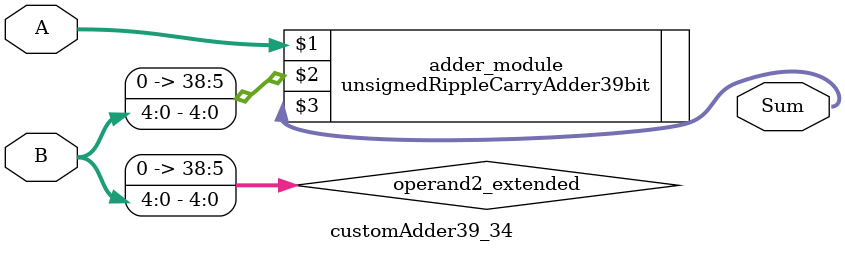
<source format=v>
module customAdder39_34(
                        input [38 : 0] A,
                        input [4 : 0] B,
                        
                        output [39 : 0] Sum
                );

        wire [38 : 0] operand2_extended;
        
        assign operand2_extended =  {34'b0, B};
        
        unsignedRippleCarryAdder39bit adder_module(
            A,
            operand2_extended,
            Sum
        );
        
        endmodule
        
</source>
